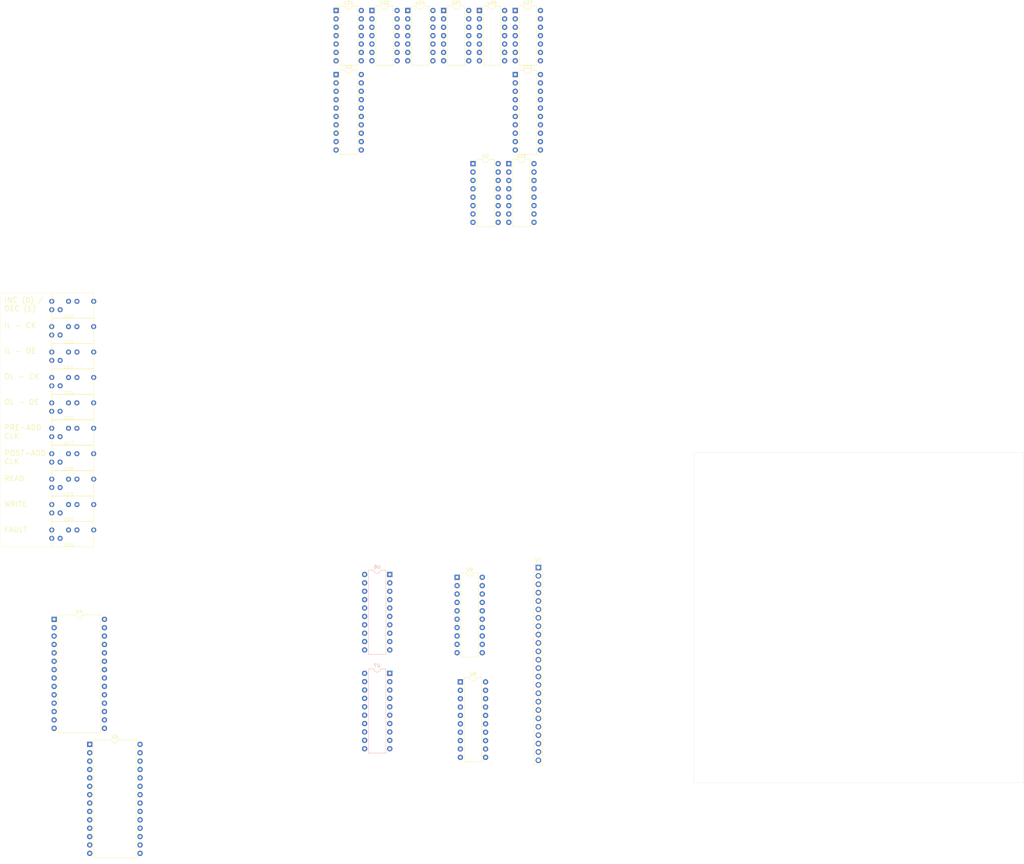
<source format=kicad_pcb>
(kicad_pcb (version 20240108) (generator "pcbnew") (generator_version "8.0")
  (layers (0 "F.Cu" signal) (31 "B.Cu" signal) (34 "B.Paste" user) (35 "F.Paste" user) (36 "B.SilkS" user "B.Silkscreen") (37 "F.SilkS" user "F.Silkscreen") (38 "B.Mask" user) (39 "F.Mask" user) (44 "Edge.Cuts" user))
  (net 0 "")
  (net 1 "Net-(U1-A4)")
  (net 2 "Net-(U1-A13)")
  (net 3 "Net-(U1-A7)")
  (net 4 "Net-(U1-A2)")
  (net 5 "Net-(U1-A11)")
  (net 6 "Net-(U1-A5)")
  (net 7 "Net-(U1-A15)")
  (net 8 "Net-(U1-A0)")
  (net 9 "Net-(U1-B_CLK)")
  (net 10 "Net-(U1-A14)")
  (net 11 "Net-(U1-A6)")
  (net 12 "Net-(U1-OE)")
  (net 13 "Net-(U1-Pop)")
  (net 14 "Net-(U1-A9)")
  (net 15 "Net-(U1-V+)")
  (net 16 "Net-(U1-Push)")
  (net 17 "Net-(U1-A1)")
  (net 18 "Net-(U1-A12)")
  (net 19 "Net-(U1-FAULT)")
  (net 20 "Net-(U1-GND)")
  (net 21 "Net-(U1-A_CLK)")
  (net 22 "Net-(U1-A10)")
  (net 23 "Net-(U1-A8)")
  (net 24 "Net-(U1-A3)")
  (net 25 "Net-(U2-A2)")
  (net 26 "Net-(U11-D3)")
  (net 27 "Net-(U10-B0)")
  (net 28 "Net-(U2-A3)")
  (net 29 "Net-(U2-A1)")
  (net 30 "Net-(U10-C_IN)")
  (net 31 "Net-(U11-D2)")
  (net 32 "Net-(U11-D1)")
  (net 33 "Net-(U11-D0)")
  (net 34 "Net-(U2-A0)")
  (net 35 "Net-(U11-Q1)")
  (net 36 "Net-(U11-Q3)")
  (net 37 "Net-(U10-A1)")
  (net 38 "Net-(U11-Q4)")
  (net 39 "Net-(U11-Q7)")
  (net 40 "Net-(U11-Q2)")
  (net 41 "Net-(U10-A3)")
  (net 42 "Net-(U10-A0)")
  (net 43 "Net-(U17-OUT)")
  (net 44 "Net-(U11-Q6)")
  (net 45 "Net-(U10-A2)")
  (net 46 "Net-(U11-Q5)")
  (net 47 "Net-(U11-Q0)")
  (net 48 "Net-(U4-D2)")
  (net 49 "Net-(U4-D5)")
  (net 50 "Net-(U21-O5)")
  (net 51 "Net-(U4-D0)")
  (net 52 "Net-(U4-D4)")
  (net 53 "Net-(U4-D1)")
  (net 54 "Net-(U4-D6)")
  (net 55 "Net-(U4-D7)")
  (net 56 "Net-(U21-O1)")
  (net 57 "Net-(U4-D3)")
  (net 58 "Net-(U5-D2)")
  (net 59 "Net-(U5-D0)")
  (net 60 "Net-(U5-D5)")
  (net 61 "Net-(U5-D1)")
  (net 62 "Net-(U5-D3)")
  (net 63 "Net-(U5-D7)")
  (net 64 "Net-(U5-D4)")
  (net 65 "Net-(U5-D6)")
  (net 66 "Net-(U13-OUT)")
  (net 67 "Net-(U21-O4)")
  (net 68 "Net-(U15-OUT)")
  (net 69 "Net-(U21-O2)")
  (net 70 "Net-(U10-Σ1)")
  (net 72 "Net-(U10-Σ0)")
  (net 73 "Net-(U10-Σ2)")
  (net 74 "Net-(U10-Σ3)")
  (net 75 "Net-(U11-CLK)")
  (net 76 "Net-(U12-IN)")
  (net 77 "Net-(U13-IN)")
  (net 78 "Net-(U14-OUT)")
  (net 79 "Net-(U14-IN)")
  (net 80 "Net-(U15-IN)")
  (net 81 "Net-(U16-OUT)")
  (net 82 "Net-(U17-IN)")
  (net 83 "Net-(U18-IN)")
  (net 84 "Net-(U19-OUT)")
  (net 85 "Net-(U20-OUT)")
  (net 86 "Net-(U20-IN)")
  (net 87 "Net-(U21-03)")
  (net 88 "Net-(U21-I4)")
  (net 89 "Net-(U21-I0)")
  (net 90 "Net-(U21-O0)")
  (net 91 "Net-(U21-I5)")
  (net 96 "Net-(U25-Q0)")
  (footprint "Package_DIP:DIP-16_W7.62mm" (layer "F.Cu") (at 179.05 -23.54)
    (property "Reference" "U10")
    (property "Value" "~")
  )
  (footprint "custom_footprint_library:jumper" (layer "F.Cu") (at 45.747 46.31)
    (property "Reference" "U15")
    (property "Value" "~")
  )
  (footprint "custom_footprint_library:jumper" (layer "F.Cu") (at 45.73 69.41)
    (property "Reference" "U18")
    (property "Value" "~")
  )
  (footprint "custom_footprint_library:jumper" (layer "F.Cu") (at 45.747 38.61)
    (property "Reference" "U14")
    (property "Value" "~")
  )
  (footprint "Package_DIP:DIP-20_W7.62mm" (layer "F.Cu") (at 164.38 133.46)
    (property "Reference" "U8")
    (property "Value" "~")
  )
  (footprint "custom_footprint_library:jumper" (layer "F.Cu") (at 45.73 54.01)
    (property "Reference" "U16")
    (property "Value" "~")
  )
  (footprint "Package_DIP:DIP-20_W7.62mm" (layer "F.Cu") (at 126.75 -50.54)
    (property "Reference" "U3")
    (property "Value" "~")
  )
  (footprint "Package_DIP:DIP-28_W15.24mm" (layer "F.Cu") (at 52.16 152.38)
    (property "Reference" "U5")
    (property "Value" "~")
  )
  (footprint "Package_DIP:DIP-14_W7.62mm" (layer "F.Cu") (at 170.15 -69.94)
    (property "Reference" "U26")
    (property "Value" "~")
  )
  (footprint "Connector_PinHeader_2.54mm:PinHeader_1x24_P2.54mm_Vertical" (layer "F.Cu") (at 188 98.8)
    (property "Reference" "U1")
    (property "Value" "~")
  )
  (footprint "Package_DIP:DIP-14_W7.62mm" (layer "F.Cu") (at 159.3 -69.94)
    (property "Reference" "U25")
    (property "Value" "~")
  )
  (footprint "custom_footprint_library:jumper" (layer "F.Cu") (at 45.747 92.51)
    (property "Reference" "U23")
    (property "Value" "~")
  )
  (footprint "custom_footprint_library:jumper" (layer "F.Cu") (at 45.747 84.81)
    (property "Reference" "U20")
    (property "Value" "~")
  )
  (footprint "Package_DIP:DIP-16_W7.62mm" (layer "F.Cu") (at 168.2 -23.54)
    (property "Reference" "U2")
    (property "Value" "~")
  )
  (footprint "Package_DIP:DIP-14_W7.62mm" (layer "F.Cu") (at 181 -69.94)
    (property "Reference" "U27")
    (property "Value" "~")
  )
  (footprint "custom_footprint_library:jumper" (layer "F.Cu") (at 45.73 30.91)
    (property "Reference" "U13")
    (property "Value" "~")
  )
  (footprint "Package_DIP:DIP-14_W7.62mm" (layer "F.Cu") (at 137.6 -69.94)
    (property "Reference" "U22")
    (property "Value" "~")
  )
  (footprint "Package_DIP:DIP-14_W7.62mm" (layer "F.Cu") (at 148.45 -69.94)
    (property "Reference" "U24")
    (property "Value" "~")
  )
  (footprint "Package_DIP:DIP-14_W7.62mm" (layer "F.Cu") (at 126.75 -69.94)
    (property "Reference" "U21")
    (property "Value" "~")
  )
  (footprint "custom_footprint_library:jumper" (layer "F.Cu") (at 45.747 23.245)
    (property "Reference" "U12")
    (property "Value" "~")
  )
  (footprint "custom_footprint_library:jumper" (layer "F.Cu") (at 45.747 77.11)
    (property "Reference" "U19")
    (property "Value" "~")
  )
  (footprint "Package_DIP:DIP-20_W7.62mm" (layer "F.Cu") (at 163.38 101.76)
    (property "Reference" "U9")
    (property "Value" "~")
  )
  (footprint "Package_DIP:DIP-28_W15.24mm" (layer "F.Cu") (at 41.375 114.5)
    (property "Reference" "U4")
    (property "Value" "~")
  )
  (footprint "custom_footprint_library:jumper" (layer "F.Cu") (at 45.73 61.71)
    (property "Reference" "U17")
    (property "Value" "~")
  )
  (footprint "Package_DIP:DIP-20_W7.62mm" (layer "F.Cu") (at 181 -50.54)
    (property "Reference" "U11")
    (property "Value" "~")
  )
  (footprint "Package_DIP:DIP-20_W7.62mm" (layer "B.Cu") (at 143 100.92 180)
    (property "Reference" "U6")
    (property "Value" "~")
  )
  (footprint "Package_DIP:DIP-20_W7.62mm" (layer "B.Cu") (at 143 130.84 180)
    (property "Reference" "U7")
    (property "Value" "~")
  )
  (gr_rect (start 235 64) (end 335 164) (stroke (width 0.05)) (fill none) (layer "Edge.Cuts"))
  (gr_text_box "INC (0) /\nDEC (1)\n\nIL - CK\n\n\nIL - OE\n\n\nOL - CK\n\n\nOL - OE\n\n\nPRE-ADD\nCLK\n\nPOST-ADD\nCLK\n\nREAD\n\n\nWRITE\n\n\nFAULT\n" (start 25.017 15.625) (end 40.667 92.51) (layer "F.SilkS") (effects (font (size 1.6 1.6) (thickness 0.16)) (justify left top)) (border yes) (stroke (width 0.05)))
)
</source>
